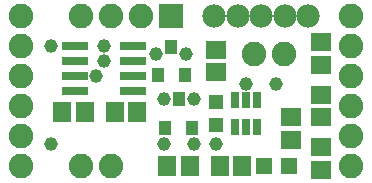
<source format=gts>
G75*
%MOIN*%
%OFA0B0*%
%FSLAX25Y25*%
%IPPOS*%
%LPD*%
%AMOC8*
5,1,8,0,0,1.08239X$1,22.5*
%
%ADD10R,0.05918X0.06706*%
%ADD11R,0.06706X0.05918*%
%ADD12R,0.02800X0.05600*%
%ADD13R,0.08600X0.02900*%
%ADD14R,0.04737X0.04737*%
%ADD15R,0.04000X0.04800*%
%ADD16C,0.08200*%
%ADD17R,0.08200X0.08200*%
%ADD18C,0.07800*%
%ADD19R,0.05918X0.07099*%
%ADD20R,0.05524X0.05524*%
%ADD21C,0.04562*%
D10*
X0025260Y0029500D03*
X0032740Y0029500D03*
X0042760Y0029500D03*
X0050240Y0029500D03*
X0060260Y0011500D03*
X0067740Y0011500D03*
D11*
X0101500Y0020260D03*
X0111500Y0017740D03*
X0111500Y0010260D03*
X0111500Y0027760D03*
X0101500Y0027740D03*
X0111500Y0035240D03*
X0111500Y0045260D03*
X0111500Y0052740D03*
X0076500Y0050240D03*
X0076500Y0042760D03*
D12*
X0082760Y0033500D03*
X0086500Y0033500D03*
X0090240Y0033500D03*
X0090240Y0024500D03*
X0086500Y0024500D03*
X0082760Y0024500D03*
D13*
X0048700Y0036500D03*
X0048700Y0041500D03*
X0048700Y0046500D03*
X0048700Y0051500D03*
X0029300Y0051500D03*
X0029300Y0046500D03*
X0029300Y0041500D03*
X0029300Y0036500D03*
D14*
X0076500Y0032937D03*
X0076500Y0025063D03*
D15*
X0068528Y0024276D03*
X0059472Y0024276D03*
X0064000Y0033724D03*
X0066028Y0041776D03*
X0056972Y0041776D03*
X0061500Y0051224D03*
D16*
X0011500Y0011500D03*
X0011500Y0021500D03*
X0011500Y0031500D03*
X0011500Y0041500D03*
X0011500Y0051500D03*
X0011500Y0061500D03*
X0031500Y0061500D03*
X0041500Y0061500D03*
X0051500Y0061500D03*
X0089000Y0049000D03*
X0099000Y0049000D03*
X0121500Y0051500D03*
X0121500Y0041500D03*
X0121500Y0031500D03*
X0121500Y0021500D03*
X0121500Y0011500D03*
X0041500Y0011500D03*
X0031500Y0011500D03*
X0121500Y0061500D03*
D17*
X0061500Y0061500D03*
D18*
X0075831Y0061500D03*
X0083665Y0061500D03*
X0091500Y0061500D03*
X0099335Y0061500D03*
X0107169Y0061500D03*
D19*
X0085240Y0011500D03*
X0077760Y0011500D03*
D20*
X0092366Y0011500D03*
X0100634Y0011500D03*
D21*
X0076500Y0019000D03*
X0069000Y0019000D03*
X0059000Y0019000D03*
X0059000Y0034000D03*
X0069000Y0034000D03*
X0086500Y0039000D03*
X0096500Y0039000D03*
X0066500Y0049000D03*
X0056500Y0049000D03*
X0039000Y0046500D03*
X0039000Y0051500D03*
X0021500Y0051500D03*
X0036500Y0041500D03*
X0021500Y0019000D03*
M02*

</source>
